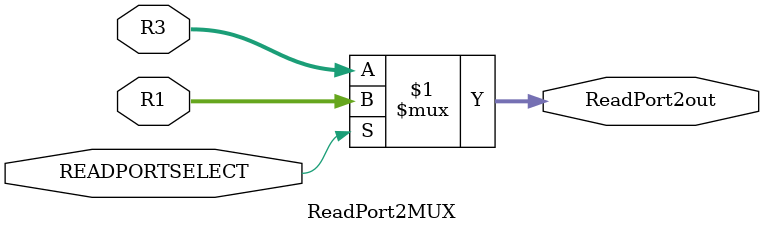
<source format=v>
`timescale 1ns / 1ps
module ReadPort2MUX(ReadPort2out, R1, R3, READPORTSELECT);
output 		[4:0] ReadPort2out;
input 		[4:0] R1,R3;
input 				READPORTSELECT;

assign ReadPort2out =(READPORTSELECT)? R1: R3;

endmodule

</source>
